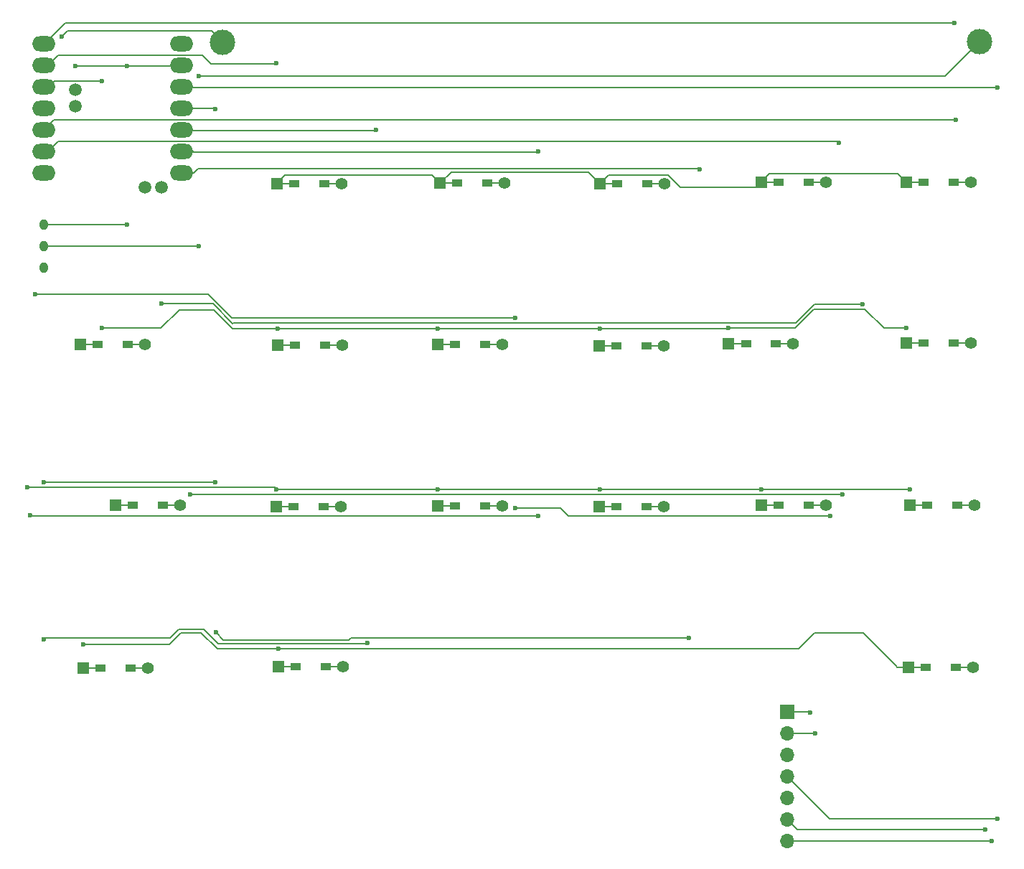
<source format=gbr>
%TF.GenerationSoftware,KiCad,Pcbnew,8.0.7*%
%TF.CreationDate,2025-02-26T14:12:20+09:00*%
%TF.ProjectId,cool642tb_R,636f6f6c-3634-4327-9462-5f522e6b6963,rev?*%
%TF.SameCoordinates,Original*%
%TF.FileFunction,Copper,L1,Top*%
%TF.FilePolarity,Positive*%
%FSLAX46Y46*%
G04 Gerber Fmt 4.6, Leading zero omitted, Abs format (unit mm)*
G04 Created by KiCad (PCBNEW 8.0.7) date 2025-02-26 14:12:20*
%MOMM*%
%LPD*%
G01*
G04 APERTURE LIST*
%TA.AperFunction,ComponentPad*%
%ADD10R,1.397000X1.397000*%
%TD*%
%TA.AperFunction,SMDPad,CuDef*%
%ADD11R,1.300000X0.950000*%
%TD*%
%TA.AperFunction,ComponentPad*%
%ADD12C,1.397000*%
%TD*%
%TA.AperFunction,ComponentPad*%
%ADD13O,1.000000X1.300000*%
%TD*%
%TA.AperFunction,ComponentPad*%
%ADD14O,2.750000X1.800000*%
%TD*%
%TA.AperFunction,ComponentPad*%
%ADD15C,1.500000*%
%TD*%
%TA.AperFunction,ComponentPad*%
%ADD16R,1.700000X1.700000*%
%TD*%
%TA.AperFunction,ComponentPad*%
%ADD17O,1.700000X1.700000*%
%TD*%
%TA.AperFunction,ComponentPad*%
%ADD18C,3.000000*%
%TD*%
%TA.AperFunction,ViaPad*%
%ADD19C,0.600000*%
%TD*%
%TA.AperFunction,Conductor*%
%ADD20C,0.200000*%
%TD*%
G04 APERTURE END LIST*
D10*
%TO.P,D7,1,K*%
%TO.N,Row2*%
X19340000Y-30010000D03*
D11*
X21375000Y-30010000D03*
%TO.P,D7,2,A*%
%TO.N,Net-(D7-A)*%
X24925000Y-30010000D03*
D12*
X26960000Y-30010000D03*
%TD*%
D10*
%TO.P,D11,1,K*%
%TO.N,Row2*%
X38370000Y-30100000D03*
D11*
X40405000Y-30100000D03*
%TO.P,D11,2,A*%
%TO.N,Net-(D11-A)*%
X43955000Y-30100000D03*
D12*
X45990000Y-30100000D03*
%TD*%
D10*
%TO.P,D20,1,K*%
%TO.N,Row3*%
X74900000Y-49060000D03*
D11*
X76935000Y-49060000D03*
%TO.P,D20,2,A*%
%TO.N,Net-(D20-A)*%
X80485000Y-49060000D03*
D12*
X82520000Y-49060000D03*
%TD*%
D10*
%TO.P,D13,1,K*%
%TO.N,Row0*%
X57500000Y8140000D03*
D11*
X59535000Y8140000D03*
%TO.P,D13,2,A*%
%TO.N,Net-(D13-A)*%
X63085000Y8140000D03*
D12*
X65120000Y8140000D03*
%TD*%
D13*
%TO.P,SW21,1,A*%
%TO.N,unconnected-(SW21-A-Pad1)*%
X-27100000Y-1890000D03*
%TO.P,SW21,2,B*%
%TO.N,Net-(BT1--)*%
X-27100000Y610000D03*
%TO.P,SW21,3,C*%
%TO.N,GND*%
X-27100000Y3110000D03*
%TD*%
D10*
%TO.P,D15,1,K*%
%TO.N,Row2*%
X57500000Y-29950000D03*
D11*
X59535000Y-29950000D03*
%TO.P,D15,2,A*%
%TO.N,Net-(D15-A)*%
X63085000Y-29950000D03*
D12*
X65120000Y-29950000D03*
%TD*%
D10*
%TO.P,D1,1,K*%
%TO.N,Row0*%
X350000Y8000000D03*
D11*
X2385000Y8000000D03*
%TO.P,D1,2,A*%
%TO.N,Net-(D1-A)*%
X5935000Y8000000D03*
D12*
X7970000Y8000000D03*
%TD*%
D10*
%TO.P,D9,1,K*%
%TO.N,Row0*%
X38490000Y8000000D03*
D11*
X40525000Y8000000D03*
%TO.P,D9,2,A*%
%TO.N,Net-(D9-A)*%
X44075000Y8000000D03*
D12*
X46110000Y8000000D03*
%TD*%
D10*
%TO.P,D17,1,K*%
%TO.N,Row0*%
X74630000Y8180000D03*
D11*
X76665000Y8180000D03*
%TO.P,D17,2,A*%
%TO.N,Net-(D17-A)*%
X80215000Y8180000D03*
D12*
X82250000Y8180000D03*
%TD*%
D10*
%TO.P,D4,1,K*%
%TO.N,Row3*%
X-22850000Y-10950000D03*
D11*
X-20815000Y-10950000D03*
%TO.P,D4,2,A*%
%TO.N,Net-(D4-A)*%
X-17265000Y-10950000D03*
D12*
X-15230000Y-10950000D03*
%TD*%
D10*
%TO.P,D16,1,K*%
%TO.N,Row3*%
X520000Y-48970000D03*
D11*
X2555000Y-48970000D03*
%TO.P,D16,2,A*%
%TO.N,Net-(D16-A)*%
X6105000Y-48970000D03*
D12*
X8140000Y-48970000D03*
%TD*%
D10*
%TO.P,D3,1,K*%
%TO.N,Row2*%
X295000Y-30130000D03*
D11*
X2330000Y-30130000D03*
%TO.P,D3,2,A*%
%TO.N,Net-(D3-A)*%
X5880000Y-30130000D03*
D12*
X7915000Y-30130000D03*
%TD*%
D10*
%TO.P,D19,1,K*%
%TO.N,Row2*%
X75045000Y-29940000D03*
D11*
X77080000Y-29940000D03*
%TO.P,D19,2,A*%
%TO.N,Net-(D19-A)*%
X80630000Y-29940000D03*
D12*
X82665000Y-29940000D03*
%TD*%
D10*
%TO.P,D10,1,K*%
%TO.N,Row1*%
X38430000Y-11150000D03*
D11*
X40465000Y-11150000D03*
%TO.P,D10,2,A*%
%TO.N,Net-(D10-A)*%
X44015000Y-11150000D03*
D12*
X46050000Y-11150000D03*
%TD*%
D14*
%TO.P,U1,1,P0.02_A0_D0*%
%TO.N,MOTION*%
X-27110000Y24450000D03*
%TO.P,U1,2,P0.03_A1_D1*%
%TO.N,Row0*%
X-27110000Y21910000D03*
%TO.P,U1,3,P0.28_A2_D2*%
%TO.N,Row1*%
X-27110000Y19370000D03*
%TO.P,U1,4,P0.29_A3_D3*%
%TO.N,Row2*%
X-27110000Y16830000D03*
%TO.P,U1,5,P0.04_A4_D4_SDA*%
%TO.N,SDIO*%
X-27110000Y14290000D03*
%TO.P,U1,6,P0.05_A5_D5_SCL*%
%TO.N,SCLK*%
X-27110000Y11750000D03*
%TO.P,U1,7,P1.11_D6_TX*%
%TO.N,Row3*%
X-27110000Y9210000D03*
%TO.P,U1,8,P1.12_D7_RX*%
%TO.N,Col3*%
X-10870000Y9210000D03*
%TO.P,U1,9,P1.13_D8_SCK*%
%TO.N,Col2*%
X-10870000Y11750000D03*
%TO.P,U1,10,P1.14_D9_MISO*%
%TO.N,Col1*%
X-10870000Y14290000D03*
%TO.P,U1,11,P1.15_D10_MOSI*%
%TO.N,Col0*%
X-10870000Y16830000D03*
%TO.P,U1,12,3V3*%
%TO.N,3.3V*%
X-10870000Y19370000D03*
%TO.P,U1,13,GND*%
%TO.N,GND*%
X-10870000Y21910000D03*
%TO.P,U1,14,5V*%
%TO.N,VCC*%
X-10870000Y24450000D03*
D15*
%TO.P,U1,15,NFC1_0.09*%
%TO.N,CS*%
X-15154600Y7518000D03*
%TO.P,U1,16,NFC2_0.10*%
%TO.N,Col4*%
X-13275000Y7518000D03*
%TO.P,U1,20,BATT+*%
%TO.N,Bat*%
X-23435000Y17147000D03*
%TO.P,U1,21,BATT-*%
%TO.N,GND*%
X-23435000Y19052000D03*
%TD*%
D10*
%TO.P,D2,1,K*%
%TO.N,Row1*%
X500000Y-11080000D03*
D11*
X2535000Y-11080000D03*
%TO.P,D2,2,A*%
%TO.N,Net-(D2-A)*%
X6085000Y-11080000D03*
D12*
X8120000Y-11080000D03*
%TD*%
D16*
%TO.P,J1,1,SCLK*%
%TO.N,SCLK*%
X60590000Y-54350000D03*
D17*
%TO.P,J1,2,nCS*%
%TO.N,CS*%
X60590000Y-56890000D03*
%TO.P,J1,3,GND*%
%TO.N,GND*%
X60590000Y-59430000D03*
%TO.P,J1,4,Vin*%
%TO.N,3.3V*%
X60590000Y-61970000D03*
%TO.P,J1,5,nc*%
%TO.N,unconnected-(J1-nc-Pad5)*%
X60590000Y-64510000D03*
%TO.P,J1,6,SDIO*%
%TO.N,SDIO*%
X60590000Y-67050000D03*
%TO.P,J1,7,MOTION*%
%TO.N,MOTION*%
X60590000Y-69590000D03*
%TD*%
D10*
%TO.P,D6,1,K*%
%TO.N,Row1*%
X19340000Y-10980000D03*
D11*
X21375000Y-10980000D03*
%TO.P,D6,2,A*%
%TO.N,Net-(D6-A)*%
X24925000Y-10980000D03*
D12*
X26960000Y-10980000D03*
%TD*%
D10*
%TO.P,D8,1,K*%
%TO.N,Row3*%
X-18680000Y-29980000D03*
D11*
X-16645000Y-29980000D03*
%TO.P,D8,2,A*%
%TO.N,Net-(D8-A)*%
X-13095000Y-29980000D03*
D12*
X-11060000Y-29980000D03*
%TD*%
D18*
%TO.P,BT1,1,+*%
%TO.N,Bat*%
X-6020000Y24670000D03*
%TO.P,BT1,2,-*%
%TO.N,Net-(BT1--)*%
X83250000Y24710000D03*
%TD*%
D10*
%TO.P,D14,1,K*%
%TO.N,Row1*%
X53680000Y-10930000D03*
D11*
X55715000Y-10930000D03*
%TO.P,D14,2,A*%
%TO.N,Net-(D14-A)*%
X59265000Y-10930000D03*
D12*
X61300000Y-10930000D03*
%TD*%
D10*
%TO.P,D12,1,K*%
%TO.N,Row3*%
X-22500000Y-49140000D03*
D11*
X-20465000Y-49140000D03*
%TO.P,D12,2,A*%
%TO.N,Net-(D12-A)*%
X-16915000Y-49140000D03*
D12*
X-14880000Y-49140000D03*
%TD*%
D10*
%TO.P,D5,1,K*%
%TO.N,Row0*%
X19600000Y8040000D03*
D11*
X21635000Y8040000D03*
%TO.P,D5,2,A*%
%TO.N,Net-(D5-A)*%
X25185000Y8040000D03*
D12*
X27220000Y8040000D03*
%TD*%
D10*
%TO.P,D18,1,K*%
%TO.N,Row1*%
X74600000Y-10860000D03*
D11*
X76635000Y-10860000D03*
%TO.P,D18,2,A*%
%TO.N,Net-(D18-A)*%
X80185000Y-10860000D03*
D12*
X82220000Y-10860000D03*
%TD*%
D19*
%TO.N,Bat*%
X-25040000Y25320000D03*
%TO.N,Row0*%
X340000Y22200000D03*
%TO.N,Row1*%
X-20310000Y20070000D03*
X-20270000Y-9070000D03*
X53670000Y-9040000D03*
X510000Y-9100000D03*
X38450000Y-9100000D03*
X19340000Y-9100000D03*
X74640000Y-9080000D03*
%TO.N,Row2*%
X340000Y-28070000D03*
X75040000Y-28070000D03*
X38470000Y-28070000D03*
X19360000Y-28070000D03*
X57530000Y-28070000D03*
X-29120000Y-27840000D03*
%TO.N,Row3*%
X560000Y-46930000D03*
X-22450000Y-46340000D03*
%TO.N,GND*%
X-23440000Y21890000D03*
X65680000Y-31230000D03*
X-17320000Y3110000D03*
X28480000Y-7840000D03*
X-28160000Y-5070000D03*
X28470000Y-30300000D03*
X-17310000Y21890000D03*
%TO.N,CS*%
X63910000Y-56860000D03*
X67120000Y-28720000D03*
X-9850000Y-28700000D03*
%TO.N,SCLK*%
X66690000Y12840000D03*
X63310000Y-54390000D03*
%TO.N,MOTION*%
X84690000Y-69590000D03*
X80300000Y26940000D03*
%TO.N,3.3V*%
X85370000Y-66960000D03*
X85350000Y19300000D03*
%TO.N,SDIO*%
X80500000Y15480000D03*
X83920000Y-68240000D03*
%TO.N,Col0*%
X-27130000Y-27240000D03*
X-6880000Y16760000D03*
X-6900000Y-27240000D03*
%TO.N,Col1*%
X12090000Y14290000D03*
X-27100000Y-45810000D03*
X11050000Y-46230000D03*
%TO.N,Col2*%
X-28700000Y-31100000D03*
X31210000Y11780000D03*
X31200000Y-31240000D03*
%TO.N,Col3*%
X-6850000Y-44940000D03*
X50220000Y9660000D03*
X49020000Y-45640000D03*
%TO.N,Col4*%
X-13270000Y-6160000D03*
X69430000Y-6240000D03*
%TO.N,Net-(BT1--)*%
X-8870000Y620000D03*
X-8850000Y20640000D03*
%TD*%
D20*
%TO.N,Bat*%
X-25040000Y25320000D02*
X-24350000Y26010000D01*
X-7360000Y26010000D02*
X-6020000Y24670000D01*
X-24350000Y26010000D02*
X-7360000Y26010000D01*
%TO.N,Net-(D1-A)*%
X7970000Y8000000D02*
X5935000Y8000000D01*
%TO.N,Row0*%
X20920000Y9360000D02*
X19600000Y8040000D01*
X73660000Y9138500D02*
X58498500Y9138500D01*
X-24690000Y23090000D02*
X-8390000Y23090000D01*
X48002093Y7520000D02*
X46523593Y8998500D01*
X74618500Y8180000D02*
X73660000Y9138500D01*
X-8390000Y23090000D02*
X-7390000Y22090000D01*
X-7390000Y22090000D02*
X230000Y22090000D01*
X74630000Y8180000D02*
X76665000Y8180000D01*
X0Y7650000D02*
X350000Y8000000D01*
X39488500Y8998500D02*
X38490000Y8000000D01*
X37130000Y9360000D02*
X20920000Y9360000D01*
X57500000Y8140000D02*
X59535000Y8140000D01*
X1350000Y9000000D02*
X18640000Y9000000D01*
X350000Y8000000D02*
X2385000Y8000000D01*
X38490000Y8000000D02*
X40525000Y8000000D01*
X56880000Y7520000D02*
X48002093Y7520000D01*
X18640000Y9000000D02*
X19600000Y8040000D01*
X-26610000Y21910000D02*
X-26610000Y22400000D01*
X350000Y8000000D02*
X1350000Y9000000D01*
X19600000Y8040000D02*
X21635000Y8040000D01*
X-25430000Y23090000D02*
X-24690000Y23090000D01*
X-26610000Y21910000D02*
X-25430000Y23090000D01*
X57500000Y8140000D02*
X56880000Y7520000D01*
X46523593Y8998500D02*
X39488500Y8998500D01*
X38490000Y8000000D02*
X37130000Y9360000D01*
X74630000Y8180000D02*
X74618500Y8180000D01*
X230000Y22090000D02*
X340000Y22200000D01*
X58498500Y9138500D02*
X57500000Y8140000D01*
%TO.N,Net-(D2-A)*%
X8120000Y-11080000D02*
X6085000Y-11080000D01*
%TO.N,Row1*%
X19340000Y-10980000D02*
X21375000Y-10980000D01*
X-13297679Y-9070000D02*
X-11150000Y-6922321D01*
X-26610000Y19370000D02*
X-25878000Y20102000D01*
X-25878000Y20102000D02*
X-20342000Y20102000D01*
X-7070000Y-6922321D02*
X-4892321Y-9100000D01*
X19340000Y-9100000D02*
X38450000Y-9100000D01*
X-4892321Y-9100000D02*
X510000Y-9100000D01*
X-26610000Y19370000D02*
X-26610000Y19860000D01*
X69760000Y-6862321D02*
X63710000Y-6862321D01*
X53680000Y-10930000D02*
X55715000Y-10930000D01*
X510000Y-9100000D02*
X19340000Y-9100000D01*
X-20270000Y-9070000D02*
X-13297679Y-9070000D01*
X2535000Y-11080000D02*
X500000Y-11080000D01*
X61532321Y-9040000D02*
X63710000Y-6862321D01*
X71977679Y-9080000D02*
X69760000Y-6862321D01*
X-20342000Y20102000D02*
X-20310000Y20070000D01*
X74600000Y-10860000D02*
X76635000Y-10860000D01*
X-11150000Y-6922321D02*
X-7070000Y-6922321D01*
X74640000Y-9080000D02*
X71977679Y-9080000D01*
X38430000Y-11150000D02*
X40465000Y-11150000D01*
X53670000Y-9040000D02*
X61532321Y-9040000D01*
X-27120000Y19350000D02*
X-26388000Y20082000D01*
X53610000Y-9100000D02*
X53670000Y-9040000D01*
X-26610000Y19860000D02*
X-26388000Y20082000D01*
X38450000Y-9100000D02*
X53610000Y-9100000D01*
%TO.N,Net-(D3-A)*%
X7915000Y-30130000D02*
X5880000Y-30130000D01*
%TO.N,Row2*%
X38370000Y-30100000D02*
X40405000Y-30100000D01*
X38470000Y-28070000D02*
X57530000Y-28070000D01*
X-29120000Y-27840000D02*
X110000Y-27840000D01*
X19340000Y-30010000D02*
X21375000Y-30010000D01*
X19360000Y-28070000D02*
X38470000Y-28070000D01*
X57500000Y-29950000D02*
X59535000Y-29950000D01*
X57530000Y-28070000D02*
X75040000Y-28070000D01*
X75045000Y-29940000D02*
X77080000Y-29940000D01*
X295000Y-30130000D02*
X2330000Y-30130000D01*
X110000Y-27840000D02*
X340000Y-28070000D01*
X340000Y-28070000D02*
X19360000Y-28070000D01*
%TO.N,Net-(D4-A)*%
X-15230000Y-10950000D02*
X-17265000Y-10950000D01*
%TO.N,Row3*%
X560000Y-46930000D02*
X-6644004Y-46930000D01*
X-22850000Y-10950000D02*
X-20815000Y-10950000D01*
X74900000Y-49060000D02*
X73577678Y-49060000D01*
X-8581683Y-44992321D02*
X-11002321Y-44992321D01*
X73577678Y-49060000D02*
X73468839Y-48951161D01*
X73468839Y-48951161D02*
X69580000Y-45062321D01*
X-11002321Y-44992321D02*
X-12350000Y-46340000D01*
X-18680000Y-29980000D02*
X-16645000Y-29980000D01*
X560000Y-46930000D02*
X61932321Y-46930000D01*
X-12350000Y-46340000D02*
X-22450000Y-46340000D01*
X63800000Y-45062321D02*
X69580000Y-45062321D01*
X-22500000Y-49140000D02*
X-20465000Y-49140000D01*
X61932321Y-46930000D02*
X63800000Y-45062321D01*
X520000Y-48970000D02*
X2555000Y-48970000D01*
X-6644004Y-46930000D02*
X-8581683Y-44992321D01*
X74900000Y-49060000D02*
X76935000Y-49060000D01*
%TO.N,Net-(D5-A)*%
X27220000Y8040000D02*
X25185000Y8040000D01*
%TO.N,Net-(D6-A)*%
X26960000Y-10980000D02*
X24925000Y-10980000D01*
%TO.N,Net-(D7-A)*%
X26960000Y-30010000D02*
X24925000Y-30010000D01*
%TO.N,Net-(D8-A)*%
X-11060000Y-29980000D02*
X-13095000Y-29980000D01*
%TO.N,Net-(D9-A)*%
X46110000Y8000000D02*
X44075000Y8000000D01*
%TO.N,Net-(D10-A)*%
X46050000Y-11150000D02*
X44015000Y-11150000D01*
%TO.N,Net-(D11-A)*%
X45990000Y-30100000D02*
X43955000Y-30100000D01*
%TO.N,Net-(D12-A)*%
X-14880000Y-49140000D02*
X-16915000Y-49140000D01*
%TO.N,Net-(D13-A)*%
X65120000Y8140000D02*
X63085000Y8140000D01*
%TO.N,Net-(D14-A)*%
X61300000Y-10930000D02*
X59265000Y-10930000D01*
%TO.N,Net-(D15-A)*%
X65120000Y-29950000D02*
X63085000Y-29950000D01*
%TO.N,Net-(D16-A)*%
X8140000Y-48970000D02*
X6105000Y-48970000D01*
%TO.N,Net-(D17-A)*%
X82250000Y8180000D02*
X80215000Y8180000D01*
%TO.N,Net-(D18-A)*%
X82220000Y-10860000D02*
X80185000Y-10860000D01*
%TO.N,GND*%
X65680000Y-31230000D02*
X34770000Y-31230000D01*
X33840000Y-30300000D02*
X28470000Y-30300000D01*
X-17310000Y21890000D02*
X-23440000Y21890000D01*
X-6612157Y-6172157D02*
X-4944314Y-7840000D01*
X34770000Y-31230000D02*
X33840000Y-30300000D01*
X-27100000Y3110000D02*
X-17320000Y3110000D01*
X-4944314Y-7840000D02*
X28480000Y-7840000D01*
X-7714314Y-5070000D02*
X-28160000Y-5070000D01*
X-6612157Y-6172157D02*
X-7714314Y-5070000D01*
X-11880000Y21890000D02*
X-17310000Y21890000D01*
%TO.N,CS*%
X-9850000Y-28700000D02*
X65680000Y-28700000D01*
X63910000Y-56860000D02*
X63580000Y-56860000D01*
X67120000Y-28720000D02*
X65700000Y-28720000D01*
X65700000Y-28720000D02*
X65680000Y-28700000D01*
X63580000Y-56860000D02*
X63550000Y-56890000D01*
X63550000Y-56890000D02*
X60590000Y-56890000D01*
%TO.N,SCLK*%
X-26610000Y11750000D02*
X-25430000Y12930000D01*
X66600000Y12930000D02*
X66690000Y12840000D01*
X63270000Y-54350000D02*
X60590000Y-54350000D01*
X-24930000Y12930000D02*
X66600000Y12930000D01*
X63310000Y-54390000D02*
X63270000Y-54350000D01*
X-25430000Y12930000D02*
X-24930000Y12930000D01*
%TO.N,MOTION*%
X84690000Y-69590000D02*
X60590000Y-69590000D01*
X-27120000Y24430000D02*
X-24610000Y26940000D01*
X-24610000Y26940000D02*
X80300000Y26940000D01*
%TO.N,3.3V*%
X85370000Y-66960000D02*
X65580000Y-66960000D01*
X-11350000Y19350000D02*
X-9540000Y19350000D01*
X-9540000Y19350000D02*
X85300000Y19350000D01*
X85300000Y19350000D02*
X85350000Y19300000D01*
X65580000Y-66960000D02*
X60590000Y-61970000D01*
X-11370000Y19370000D02*
X-11350000Y19350000D01*
%TO.N,SDIO*%
X61780000Y-68240000D02*
X60590000Y-67050000D01*
X-26610000Y14780000D02*
X-26255000Y15135000D01*
X-26610000Y14290000D02*
X-26610000Y14780000D01*
X-25920000Y15470000D02*
X80490000Y15470000D01*
X83920000Y-68240000D02*
X61780000Y-68240000D01*
X80490000Y15470000D02*
X80500000Y15480000D01*
X-26255000Y15135000D02*
X-25920000Y15470000D01*
%TO.N,Net-(D19-A)*%
X82665000Y-29940000D02*
X80630000Y-29940000D01*
%TO.N,Col0*%
X-6950000Y16830000D02*
X-6880000Y16760000D01*
X-27130000Y-27240000D02*
X-6900000Y-27240000D01*
X-6930000Y16810000D02*
X-6880000Y16760000D01*
X-11370000Y16830000D02*
X-6950000Y16830000D01*
%TO.N,Col1*%
X-8237679Y-44592321D02*
X-11202321Y-44592321D01*
X-9500000Y14270000D02*
X12070000Y14270000D01*
X-11202321Y-44592321D02*
X-12210000Y-45600000D01*
X-12210000Y-45600000D02*
X-26890000Y-45600000D01*
X12070000Y14270000D02*
X12090000Y14290000D01*
X11020000Y-46260000D02*
X-6570000Y-46260000D01*
X-26890000Y-45600000D02*
X-27100000Y-45810000D01*
X11050000Y-46230000D02*
X11020000Y-46260000D01*
X-9520000Y14290000D02*
X-9500000Y14270000D01*
X-11370000Y14290000D02*
X-9520000Y14290000D01*
X-6570000Y-46260000D02*
X-8237679Y-44592321D01*
%TO.N,Col2*%
X-28560000Y-31240000D02*
X-28700000Y-31100000D01*
X-11370000Y11750000D02*
X-9490000Y11750000D01*
X31200000Y-31240000D02*
X-28560000Y-31240000D01*
X31160000Y11730000D02*
X31210000Y11780000D01*
X-9470000Y11730000D02*
X31160000Y11730000D01*
X-9490000Y11750000D02*
X-9470000Y11730000D01*
%TO.N,Col3*%
X-11560000Y9510000D02*
X-11310000Y9760000D01*
X11990000Y-45640000D02*
X49020000Y-45640000D01*
X50120000Y9760000D02*
X50220000Y9660000D01*
X-8920000Y9760000D02*
X50120000Y9760000D01*
X9070000Y-45630000D02*
X11980000Y-45630000D01*
X8840000Y-45860000D02*
X9070000Y-45630000D01*
X-11370000Y9210000D02*
X-9470000Y9210000D01*
X-6850000Y-44940000D02*
X-5930000Y-45860000D01*
X11980000Y-45630000D02*
X11990000Y-45640000D01*
X-11880000Y9190000D02*
X-11560000Y9510000D01*
X-9470000Y9210000D02*
X-8920000Y9760000D01*
X-5930000Y-45860000D02*
X8840000Y-45860000D01*
%TO.N,Col4*%
X63766635Y-6240000D02*
X69430000Y-6240000D01*
X-4850000Y-8500000D02*
X-4790000Y-8440000D01*
X-7190000Y-6160000D02*
X-4850000Y-8500000D01*
X-4790000Y-8440000D02*
X61566635Y-8440000D01*
X-13270000Y-6160000D02*
X-7190000Y-6160000D01*
X61566635Y-8440000D02*
X63766635Y-6240000D01*
%TO.N,Net-(D20-A)*%
X82520000Y-49060000D02*
X80485000Y-49060000D01*
%TO.N,Net-(BT1--)*%
X83250000Y24710000D02*
X79180000Y20640000D01*
X-27100000Y610000D02*
X-8880000Y610000D01*
X-8880000Y610000D02*
X-8870000Y620000D01*
X79180000Y20640000D02*
X-8850000Y20640000D01*
%TD*%
M02*

</source>
